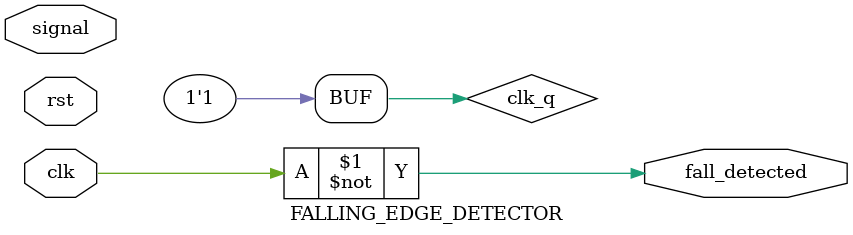
<source format=v>
module FALLING_EDGE_DETECTOR
(
    input  clk              ,
	input  rst              ,
    input  signal           ,

    output fall_detected
);

    reg clk_q = 1'b1;

    assign fall_detected = clk_q & ~clk;  // falling edge (1 -> 0)

endmodule

</source>
